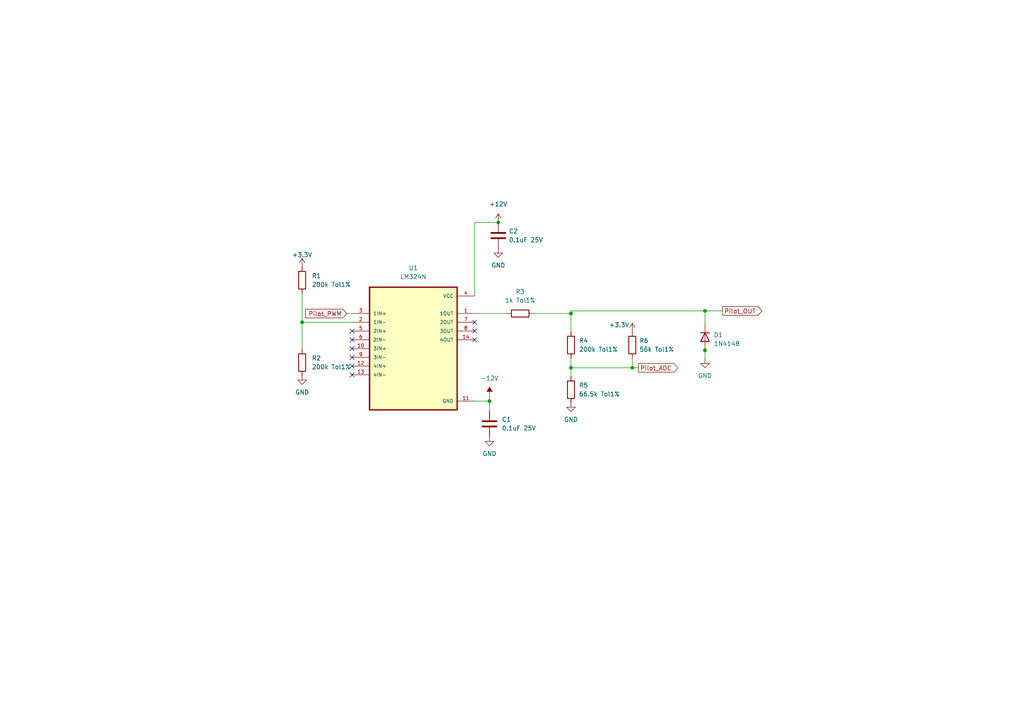
<source format=kicad_sch>
(kicad_sch (version 20230121) (generator eeschema)
  (paper "A4")
  (lib_symbols
    (symbol "Device:C" (pin_numbers hide) (pin_names (offset 0.254))
      (property "Reference" "C" (at 0.635 2.54 0))
      (property "Value" "C" (at 0.635 -2.54 0))
      (symbol "C_0_1"
        (polyline (pts (xy -2.032 -0.762) (xy 2.032 -0.762)) (stroke (width 0.508)))
        (polyline (pts (xy -2.032 0.762) (xy 2.032 0.762)) (stroke (width 0.508)))
      )
      (symbol "C_1_1"
        (pin passive line (at 0 3.81 270) (length 2.794) (name "~") (number "1"))
        (pin passive line (at 0 -3.81 90) (length 2.794) (name "~") (number "2"))
      )
    )
    (symbol "Device:R" (pin_numbers hide) (pin_names (offset 0))
      (property "Reference" "R" (at 2.032 0 90))
      (property "Value" "R" (at 0 0 90))
      (symbol "R_0_1"
        (rectangle (start -1.016 -2.54) (end 1.016 2.54) (stroke (width 0.254)))
      )
      (symbol "R_1_1"
        (pin passive line (at 0 3.81 270) (length 1.27) (name "~") (number "1"))
        (pin passive line (at 0 -3.81 90) (length 1.27) (name "~") (number "2"))
      )
    )
    (symbol "Diode:1N4148" (pin_numbers hide) (pin_names hide)
      (property "Reference" "D" (at 0 2.54 0))
      (property "Value" "1N4148" (at 0 -2.54 0))
      (symbol "1N4148_0_1"
        (polyline (pts (xy -1.27 1.27) (xy -1.27 -1.27)) (stroke (width 0.254)))
        (polyline (pts (xy 1.27 0) (xy -1.27 0)))
        (polyline (pts (xy 1.27 1.27) (xy 1.27 -1.27) (xy -1.27 0) (xy 1.27 1.27)) (stroke (width 0.254)))
      )
      (symbol "1N4148_1_1"
        (pin passive line (at -3.81 0 0) (length 2.54) (name "K") (number "1"))
        (pin passive line (at 3.81 0 180) (length 2.54) (name "A") (number "2"))
      )
    )
    (symbol "LM324N:LM324N" (pin_names (offset 1.016))
      (property "Reference" "U" (at -12.7 18.78 0))
      (property "Value" "LM324N" (at -12.7 -21.78 0))
      (symbol "LM324N_0_0"
        (rectangle (start -12.7 -17.78) (end 12.7 17.78) (stroke (width 0.41)) (fill (type background)))
        (pin output line (at 17.78 10.16 180) (length 5.08) (name "1OUT") (number "1"))
        (pin input line (at -17.78 0 0) (length 5.08) (name "3IN+") (number "10"))
        (pin power_in line (at 17.78 -15.24 180) (length 5.08) (name "GND") (number "11"))
        (pin input line (at -17.78 -5.08 0) (length 5.08) (name "4IN+") (number "12"))
        (pin input line (at -17.78 -7.62 0) (length 5.08) (name "4IN-") (number "13"))
        (pin output line (at 17.78 2.54 180) (length 5.08) (name "4OUT") (number "14"))
        (pin input line (at -17.78 7.62 0) (length 5.08) (name "1IN-") (number "2"))
        (pin input line (at -17.78 10.16 0) (length 5.08) (name "1IN+") (number "3"))
        (pin power_in line (at 17.78 15.24 180) (length 5.08) (name "VCC") (number "4"))
        (pin input line (at -17.78 5.08 0) (length 5.08) (name "2IN+") (number "5"))
        (pin input line (at -17.78 2.54 0) (length 5.08) (name "2IN-") (number "6"))
        (pin output line (at 17.78 7.62 180) (length 5.08) (name "2OUT") (number "7"))
        (pin output line (at 17.78 5.08 180) (length 5.08) (name "3OUT") (number "8"))
        (pin input line (at -17.78 -2.54 0) (length 5.08) (name "3IN-") (number "9"))
      )
    )
    (symbol "power:+12V" (power) (pin_names (offset 0))
      (property "Value" "+12V" (at 0 3.556 0))
      (symbol "+12V_0_1"
        (polyline (pts (xy -0.762 1.27) (xy 0 2.54)))
        (polyline (pts (xy 0 0) (xy 0 2.54)))
        (polyline (pts (xy 0 2.54) (xy 0.762 1.27)))
      )
      (symbol "+12V_1_1"
        (pin power_in line (at 0 0 90) (length 0) hide (name "+12V") (number "1"))
      )
    )
    (symbol "power:+3.3V" (power) (pin_names (offset 0))
      (property "Value" "+3.3V" (at 0 3.556 0))
      (symbol "+3.3V_0_1"
        (polyline (pts (xy -0.762 1.27) (xy 0 2.54)))
        (polyline (pts (xy 0 0) (xy 0 2.54)))
        (polyline (pts (xy 0 2.54) (xy 0.762 1.27)))
      )
      (symbol "+3.3V_1_1"
        (pin power_in line (at 0 0 90) (length 0) hide (name "+3.3V") (number "1"))
      )
    )
    (symbol "power:-12V" (power) (pin_names (offset 0))
      (property "Value" "-12V" (at 0 3.81 0))
      (symbol "-12V_0_0"
        (pin power_in line (at 0 0 90) (length 0) hide (name "-12V") (number "1"))
      )
      (symbol "-12V_0_1"
        (polyline (pts (xy 0 0) (xy 0 1.27) (xy 0.762 1.27) (xy 0 2.54) (xy -0.762 1.27) (xy 0 1.27)) (fill (type outline)))
      )
    )
    (symbol "power:GND" (power) (pin_names (offset 0))
      (property "Value" "GND" (at 0 -3.81 0))
      (symbol "GND_0_1"
        (polyline (pts (xy 0 0) (xy 0 -1.27) (xy 1.27 -1.27) (xy 0 -2.54) (xy -1.27 -1.27) (xy 0 -1.27)))
      )
      (symbol "GND_1_1"
        (pin power_in line (at 0 0 270) (length 0) hide (name "GND") (number "1"))
      )
    )
  )
  (junction (at 204.47 90.17))
  (junction (at 144.526 64.516))
  (junction (at 141.986 116.332))
  (junction (at 165.608 106.68))
  (junction (at 204.47 101.6))
  (junction (at 87.63 93.472))
  (junction (at 165.608 90.932))
  (junction (at 183.388 106.68))
  (no_connect (at 102.108 106.172))
  (no_connect (at 137.668 96.012))
  (no_connect (at 102.108 98.552))
  (no_connect (at 137.668 93.472))
  (no_connect (at 102.108 103.632))
  (no_connect (at 102.108 108.712))
  (no_connect (at 102.108 101.092))
  (no_connect (at 102.108 96.012))
  (no_connect (at 137.668 98.552))
  (wire (pts (xy 137.668 64.516) (xy 144.526 64.516)))
  (wire (pts (xy 204.47 90.17) (xy 209.55 90.17)))
  (wire (pts (xy 165.608 90.17) (xy 165.608 90.932)))
  (wire (pts (xy 183.388 103.886) (xy 183.388 106.68)))
  (wire (pts (xy 141.986 116.332) (xy 141.986 119.126)))
  (wire (pts (xy 100.584 90.932) (xy 102.108 90.932)))
  (wire (pts (xy 87.63 93.472) (xy 102.108 93.472)))
  (wire (pts (xy 141.986 114.808) (xy 141.986 116.332)))
  (wire (pts (xy 87.63 85.09) (xy 87.63 93.472)))
  (wire (pts (xy 87.63 93.472) (xy 87.63 101.346)))
  (wire (pts (xy 154.686 90.932) (xy 165.608 90.932)))
  (wire (pts (xy 165.608 106.68) (xy 165.608 109.22)))
  (wire (pts (xy 137.668 85.852) (xy 137.668 64.516)))
  (wire (pts (xy 204.47 90.17) (xy 204.47 93.98)))
  (wire (pts (xy 137.668 116.332) (xy 141.986 116.332)))
  (wire (pts (xy 165.608 90.17) (xy 204.47 90.17)))
  (wire (pts (xy 204.47 101.6) (xy 204.47 104.14)))
  (wire (pts (xy 165.608 103.886) (xy 165.608 106.68)))
  (wire (pts (xy 183.388 106.68) (xy 185.166 106.68)))
  (wire (pts (xy 137.668 90.932) (xy 147.066 90.932)))
  (wire (pts (xy 165.608 90.932) (xy 165.608 96.266)))
  (wire (pts (xy 204.47 101.346) (xy 204.724 101.346)))
  (wire (pts (xy 183.388 106.68) (xy 165.608 106.68)))
  (wire (pts (xy 204.47 101.346) (xy 204.47 101.6)))
  (global_label "Pilot_ADC" (shape output) (at 185.166 106.68 0) (property "Intersheetrefs" "${INTERSHEET_REFS}" (effects hide)))
  (global_label "Pilot_OUT" (shape output) (at 209.55 90.17 0) (property "Intersheetrefs" "${INTERSHEET_REFS}" (effects hide)))
  (global_label "Pilot_PWM" (shape input) (at 100.584 90.932 180) (property "Intersheetrefs" "${INTERSHEET_REFS}" (effects hide)))
  (symbol (lib_id "Device:C") (at 141.986 122.936 0) (unit 1)
    (property "Reference" "C1" (at 145.542 121.6659 0) (effects (justify left)))
    (property "Value" "0.1uF 25V" (at 145.542 124.2059 0) (effects (justify left)))
    (property "Footprint" "Capacitor_THT:CP_Radial_D4.0mm_P1.50mm" (effects hide))
  )
  (symbol (lib_id "Diode:1N4148") (at 204.47 97.79 270) (unit 1)
    (property "Reference" "D1" (at 207.01 97.155 90) (effects (justify left)))
    (property "Value" "1N4148" (at 207.01 99.695 90) (effects (justify left)))
    (property "Footprint" "Diode_THT:D_DO-35_SOD27_P7.62mm_Horizontal" (effects hide))
    (property "Datasheet" "https://assets.nexperia.com/documents/data-sheet/1N4148_1N4448.pdf" (effects hide))
    (property "Sim.Device" "D" (effects hide))
    (property "Sim.Pins" "1=K 2=A" (effects hide))
  )
  (symbol (lib_id "Device:C") (at 144.526 68.326 0) (unit 1)
    (property "Reference" "C2" (at 147.574 67.0559 0) (effects (justify left)))
    (property "Value" "0.1uF 25V" (at 147.574 69.5959 0) (effects (justify left)))
    (property "Footprint" "Capacitor_THT:CP_Radial_D4.0mm_P1.50mm" (effects hide))
  )
  (symbol (lib_id "Device:R") (at 150.876 90.932 90) (unit 1)
    (property "Reference" "R3" (at 150.876 84.582 90))
    (property "Value" "1k Tol1%" (at 150.876 87.122 90))
    (property "Footprint" "Resistor_THT:R_Axial_DIN0204_L3.6mm_D1.6mm_P5.08mm_Horizontal" (effects hide))
  )
  (symbol (lib_id "Device:R") (at 87.63 81.28 0) (unit 1)
    (property "Reference" "R1" (at 90.424 80.0099 0) (effects (justify left)))
    (property "Value" "200k Tol1%" (at 90.424 82.5499 0) (effects (justify left)))
    (property "Footprint" "Resistor_THT:R_Axial_DIN0204_L3.6mm_D1.6mm_P5.08mm_Horizontal" (effects hide))
  )
  (symbol (lib_id "power:GND") (at 141.986 126.746 0) (unit 1)
    (property "Reference" "#PWR04" (effects hide))
    (property "Value" "GND" (at 141.986 131.572 0))
  )
  (symbol (lib_id "Device:R") (at 87.63 105.156 0) (unit 1)
    (property "Reference" "R2" (at 90.424 103.8859 0) (effects (justify left)))
    (property "Value" "200k Tol1%" (at 90.424 106.4259 0) (effects (justify left)))
    (property "Footprint" "Resistor_THT:R_Axial_DIN0204_L3.6mm_D1.6mm_P5.08mm_Horizontal" (effects hide))
  )
  (symbol (lib_id "power:+3.3V") (at 87.63 77.47 0) (unit 1)
    (property "Reference" "#PWR01" (effects hide))
    (property "Value" "+3.3V" (at 87.63 73.914 0))
  )
  (symbol (lib_id "power:-12V") (at 141.986 114.808 0) (unit 1)
    (property "Reference" "#PWR03" (effects hide))
    (property "Value" "-12V" (at 141.986 109.728 0))
  )
  (symbol (lib_id "power:GND") (at 87.63 108.966 0) (unit 1)
    (property "Reference" "#PWR02" (effects hide))
    (property "Value" "GND" (at 87.63 113.792 0))
  )
  (symbol (lib_id "LM324N:LM324N") (at 119.888 101.092 0) (unit 1)
    (property "Reference" "U1" (at 119.888 77.724 0))
    (property "Value" "LM324N" (at 119.888 80.264 0))
    (property "Footprint" "symbols-footprints:DIP794W45P254L1969H508Q14" (effects hide))
  )
  (symbol (lib_id "Device:R") (at 183.388 100.076 0) (unit 1)
    (property "Reference" "R6" (at 185.42 98.8059 0) (effects (justify left)))
    (property "Value" "56k Tol1%" (at 185.42 101.3459 0) (effects (justify left)))
    (property "Footprint" "Resistor_THT:R_Axial_DIN0204_L3.6mm_D1.6mm_P5.08mm_Horizontal" (effects hide))
  )
  (symbol (lib_id "power:GND") (at 144.526 72.136 0) (unit 1)
    (property "Reference" "#PWR06" (effects hide))
    (property "Value" "GND" (at 144.526 76.962 0))
  )
  (symbol (lib_id "Device:R") (at 165.608 113.03 0) (unit 1)
    (property "Reference" "R5" (at 167.894 111.7599 0) (effects (justify left)))
    (property "Value" "66.5k Tol1%" (at 167.894 114.2999 0) (effects (justify left)))
    (property "Footprint" "Resistor_THT:R_Axial_DIN0204_L3.6mm_D1.6mm_P5.08mm_Horizontal" (effects hide))
  )
  (symbol (lib_id "power:+3.3V") (at 183.388 96.266 0) (unit 1)
    (property "Reference" "#PWR08" (effects hide))
    (property "Value" "+3.3V" (at 179.578 94.234 0))
  )
  (symbol (lib_id "Device:R") (at 165.608 100.076 0) (unit 1)
    (property "Reference" "R4" (at 167.894 98.8059 0) (effects (justify left)))
    (property "Value" "200k Tol1%" (at 167.894 101.3459 0) (effects (justify left)))
    (property "Footprint" "Resistor_THT:R_Axial_DIN0204_L3.6mm_D1.6mm_P5.08mm_Horizontal" (effects hide))
  )
  (symbol (lib_id "power:GND") (at 165.608 116.84 0) (unit 1)
    (property "Reference" "#PWR07" (effects hide))
    (property "Value" "GND" (at 165.608 121.666 0))
  )
  (symbol (lib_id "power:+12V") (at 144.526 64.516 0) (unit 1)
    (property "Reference" "#PWR05" (effects hide))
    (property "Value" "+12V" (at 144.526 59.182 0))
  )
  (symbol (lib_id "power:GND") (at 204.47 104.14 0) (unit 1)
    (property "Reference" "#PWR09" (effects hide))
    (property "Value" "GND" (at 204.47 108.966 0))
  )
)
</source>
